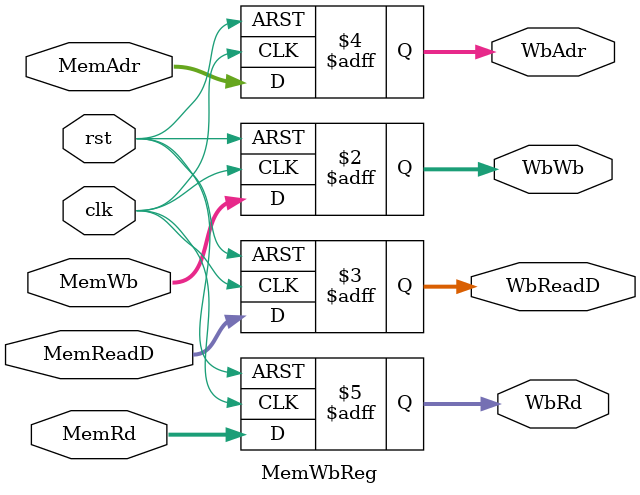
<source format=v>
`timescale 1ps/1ps
module MemWbReg (
    clk,
    rst,
    MemWb,
    MemReadD,
    MemAdr,
    MemRd,

    WbWb,
    WbReadD,
    WbAdr,
    WbRd
    );
    input clk, rst;
    input [1:0]MemWb;
    input [31:0]MemReadD;
    input [31:0]MemAdr;
    input [4:0]MemRd;

    output reg [1:0]WbWb;
    output reg [31:0]WbReadD;
    output reg [31:0]WbAdr;
    output reg [4:0]WbRd;
    

    always @(posedge clk, posedge rst) begin
        if (rst) begin
            WbWb = 2'b0;
            WbReadD = 32'b0;
            WbAdr = 32'b0;
            WbRd = 5'b0;
        end
        else begin
            WbWb = MemWb;
            WbReadD = MemReadD;
            WbAdr = MemAdr;
            WbRd = MemRd;
        end
    end 
endmodule





</source>
